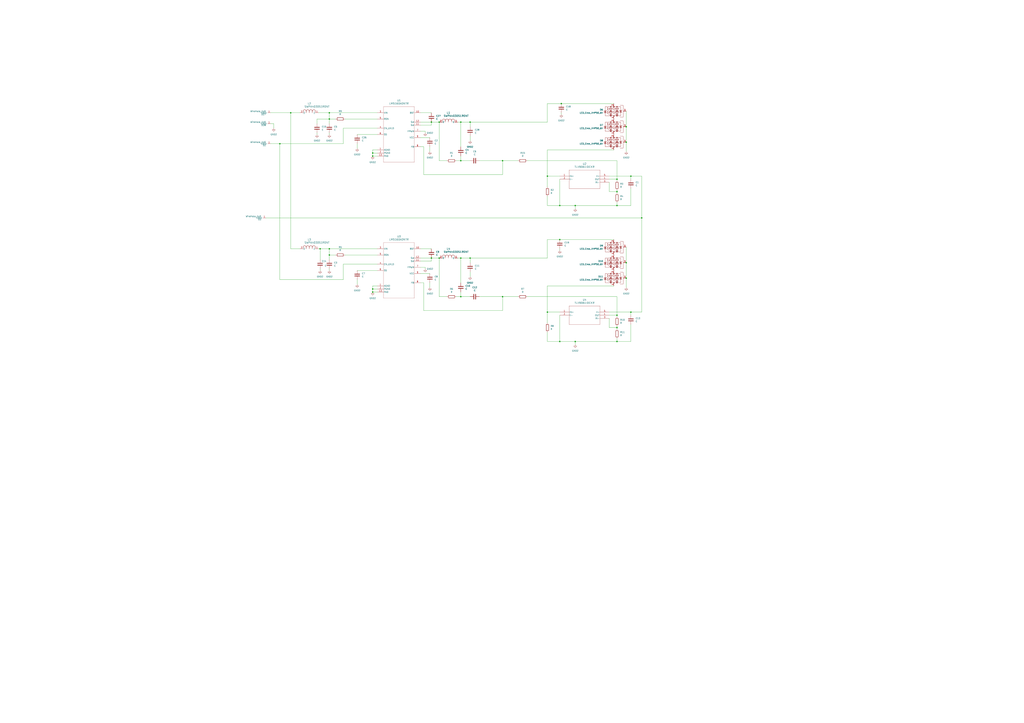
<source format=kicad_sch>
(kicad_sch (version 20230121) (generator eeschema)
  (paper "A1")
  (lib_symbols
    (symbol "Connectors_for_Wire:WireHole_1p5"
      (property "Reference" "D" (at 0 -1.27 0))
      (property "Value" "WireHole_1p5" (at 0 1.27 0))
      (symbol "WireHole_1p5_1_0"
        (pin bidirectional line (at 0 0 0) (length 2.54) (name "Conn") (number "1"))
      )
    )
    (symbol "DCK5_TEX:TLV9061IDCKR" (pin_names (offset 0.254))
      (property "Reference" "U" (at 20.32 10.16 0))
      (property "Value" "TLV9061IDCKR" (at 20.32 7.62 0))
      (symbol "TLV9061IDCKR_0_1"
        (polyline (pts (xy 7.62 -10.16) (xy 33.02 -10.16)) (stroke (width 0.127)))
        (polyline (pts (xy 7.62 5.08) (xy 7.62 -10.16)) (stroke (width 0.127)))
        (polyline (pts (xy 33.02 -10.16) (xy 33.02 5.08)) (stroke (width 0.127)))
        (polyline (pts (xy 33.02 5.08) (xy 7.62 5.08)) (stroke (width 0.127)))
        (pin input line (at 0 0 0) (length 7.62) (name "IN+") (number "1"))
        (pin power_in line (at 0 -2.54 0) (length 7.62) (name "V-") (number "2"))
        (pin input line (at 40.64 -5.08 180) (length 7.62) (name "IN-") (number "3"))
        (pin output line (at 40.64 -2.54 180) (length 7.62) (name "OUT") (number "4"))
        (pin power_in line (at 40.64 0 180) (length 7.62) (name "V+") (number "5"))
      )
    )
    (symbol "Device:C" (pin_numbers hide) (pin_names (offset 0.254))
      (property "Reference" "C" (at 0.635 2.54 0))
      (property "Value" "C" (at 0.635 -2.54 0))
      (symbol "C_0_1"
        (polyline (pts (xy -2.032 -0.762) (xy 2.032 -0.762)) (stroke (width 0.508)))
        (polyline (pts (xy -2.032 0.762) (xy 2.032 0.762)) (stroke (width 0.508)))
      )
      (symbol "C_1_1"
        (pin passive line (at 0 3.81 270) (length 2.794) (name "~") (number "1"))
        (pin passive line (at 0 -3.81 90) (length 2.794) (name "~") (number "2"))
      )
    )
    (symbol "Device:R" (pin_numbers hide) (pin_names (offset 0))
      (property "Reference" "R" (at 2.032 0 90))
      (property "Value" "R" (at 0 0 90))
      (symbol "R_0_1"
        (rectangle (start -1.016 -2.54) (end 1.016 2.54) (stroke (width 0.254)))
      )
      (symbol "R_1_1"
        (pin passive line (at 0 3.81 270) (length 1.27) (name "~") (number "1"))
        (pin passive line (at 0 -3.81 90) (length 1.27) (name "~") (number "2"))
      )
    )
    (symbol "LED:LED_Cree_XHP50_6V" (pin_names (offset 1.016) hide)
      (property "Reference" "D" (at 0 11.43 0))
      (property "Value" "LED_Cree_XHP50_6V" (at 0 9.525 0))
      (symbol "LED_Cree_XHP50_6V_0_1"
        (circle (center -3.81 -2.54) (radius 0.3556) (fill (type outline)))
        (circle (center -3.81 0) (radius 0.3556) (fill (type outline)))
        (circle (center -3.81 2.54) (radius 0.3556) (fill (type outline)))
        (polyline (pts (xy -3.81 -2.54) (xy 3.81 -2.54)))
        (polyline (pts (xy -3.048 -3.81) (xy -3.048 -1.27)) (stroke (width 0.254)))
        (polyline (pts (xy -3.048 1.27) (xy -3.048 3.81)) (stroke (width 0.254)))
        (polyline (pts (xy -0.127 1.27) (xy -0.127 3.81)) (stroke (width 0.254)))
        (polyline (pts (xy 0 -3.81) (xy 0 -1.27)) (stroke (width 0.254)))
        (polyline (pts (xy 3.81 2.54) (xy -3.81 2.54)))
        (polyline (pts (xy -4.826 -5.08) (xy -4.826 -7.62) (xy 4.826 -7.62) (xy 4.826 -5.08)))
        (polyline (pts (xy -0.508 -3.81) (xy -0.508 -1.27) (xy -3.048 -2.54) (xy -0.508 -3.81)) (stroke (width 0.254)))
        (polyline (pts (xy -0.508 1.27) (xy -0.508 3.81) (xy -3.048 2.54) (xy -0.508 1.27)) (stroke (width 0.254)))
        (polyline (pts (xy 0.508 6.096) (xy 0.254 6.35) (xy 0.254 7.874) (xy 0 8.128)) (stroke (width 0.254)))
        (polyline (pts (xy 0.889 -6.604) (xy 0.635 -6.35) (xy 0.635 -4.826) (xy 0.381 -4.572)) (stroke (width 0.254)))
        (polyline (pts (xy 2.413 1.27) (xy 2.413 3.81) (xy -0.127 2.54) (xy 2.413 1.27)) (stroke (width 0.254)))
        (polyline (pts (xy 2.54 -3.81) (xy 2.54 -1.27) (xy 0 -2.54) (xy 2.54 -3.81)) (stroke (width 0.254)))
        (polyline (pts (xy -3.81 -5.588) (xy -3.81 7.112) (xy 3.81 7.112) (xy 3.81 -5.588) (xy -3.81 -5.588)))
        (polyline (pts (xy -2.667 -1.143) (xy -1.143 0.381) (xy -1.905 0.381) (xy -1.143 0.381) (xy -1.143 -0.381)))
        (polyline (pts (xy -2.667 3.937) (xy -1.143 5.461) (xy -1.905 5.461) (xy -1.143 5.461) (xy -1.143 4.699)))
        (polyline (pts (xy -1.397 -1.143) (xy 0.127 0.381) (xy -0.635 0.381) (xy 0.127 0.381) (xy 0.127 -0.381)))
        (polyline (pts (xy -1.397 3.937) (xy 0.127 5.461) (xy -0.635 5.461) (xy 0.127 5.461) (xy 0.127 4.699)))
        (polyline (pts (xy -1.27 6.35) (xy -1.27 7.874) (xy 0.254 7.112) (xy -1.27 6.35) (xy -1.27 6.604)) (stroke (width 0.254)))
        (polyline (pts (xy -0.889 -6.35) (xy -0.889 -4.826) (xy 0.635 -5.588) (xy -0.889 -6.35) (xy -0.889 -6.096)) (stroke (width 0.254)))
        (polyline (pts (xy 0.254 3.937) (xy 1.778 5.461) (xy 1.016 5.461) (xy 1.778 5.461) (xy 1.778 4.699)))
        (polyline (pts (xy 0.381 -1.143) (xy 1.905 0.381) (xy 1.143 0.381) (xy 1.905 0.381) (xy 1.905 -0.381)))
        (polyline (pts (xy 1.524 3.937) (xy 3.048 5.461) (xy 2.286 5.461) (xy 3.048 5.461) (xy 3.048 4.699)))
        (polyline (pts (xy 1.651 -1.143) (xy 3.175 0.381) (xy 2.413 0.381) (xy 3.175 0.381) (xy 3.175 -0.381)))
        (circle (center 3.81 -2.54) (radius 0.3556) (fill (type outline)))
        (circle (center 3.81 0) (radius 0.3556) (fill (type outline)))
        (circle (center 3.81 2.54) (radius 0.3556) (fill (type outline)))
      )
      (symbol "LED_Cree_XHP50_6V_1_1"
        (pin passive line (at -6.35 0 0) (length 2.54) (name "K") (number "1"))
        (pin passive line (at 6.35 0 180) (length 2.54) (name "A") (number "2"))
        (pin passive line (at 0 -10.16 90) (length 2.54) (name "PAD") (number "3"))
      )
    )
    (symbol "LM5160ADNTR:LM5160ADNTR" (pin_names (offset 0.254))
      (property "Reference" "U" (at 0 2.54 0))
      (property "Value" "LM5160ADNTR" (at 0 0 0))
      (symbol "LM5160ADNTR_0_1"
        (polyline (pts (xy -12.7 -22.86) (xy 12.7 -22.86)) (stroke (width 0.1016)))
        (polyline (pts (xy -12.7 22.86) (xy -12.7 -22.86)) (stroke (width 0.1016)))
        (polyline (pts (xy 12.7 -22.86) (xy 12.7 22.86)) (stroke (width 0.1016)))
        (polyline (pts (xy 12.7 22.86) (xy -12.7 22.86)) (stroke (width 0.1016)))
        (pin power_in line (at -17.78 -12.7 0) (length 5.08) (name "AGND") (number "1"))
        (pin power_in line (at 17.78 17.78 180) (length 5.08) (name "BST") (number "10"))
        (pin power_in line (at 17.78 7.62 180) (length 5.08) (name "SW") (number "11"))
        (pin power_in line (at 17.78 10.16 180) (length 5.08) (name "SW") (number "12"))
        (pin power_in line (at -17.78 -17.78 0) (length 5.08) (name "PAD") (number "13"))
        (pin power_in line (at -17.78 -15.24 0) (length 5.08) (name "PGND") (number "2"))
        (pin power_in line (at -17.78 17.78 0) (length 5.08) (name "VIN") (number "3"))
        (pin input line (at -17.78 5.08 0) (length 5.08) (name "EN_UVLO") (number "4"))
        (pin input line (at -17.78 12.7 0) (length 5.08) (name "RON") (number "5"))
        (pin input line (at -17.78 0 0) (length 5.08) (name "SS") (number "6"))
        (pin input line (at 17.78 2.54 180) (length 5.08) (name "FPWM") (number "7"))
        (pin input line (at 17.78 -10.16 180) (length 5.08) (name "FB") (number "8"))
        (pin power_in line (at 17.78 -2.54 180) (length 5.08) (name "VCC") (number "9"))
      )
    )
    (symbol "SWPA4030S1R0NT:SWPA4030S1R0NT" (pin_names (offset 0.254))
      (property "Reference" "L" (at 6.985 5.08 0))
      (property "Value" "SWPA4030S1R0NT" (at 6.985 -2.54 0))
      (symbol "SWPA4030S1R0NT_1_1"
        (polyline (pts (xy 2.54 0) (xy 2.54 1.27)) (stroke (width 0.2032)))
        (polyline (pts (xy 5.08 0) (xy 5.08 1.27)) (stroke (width 0.2032)))
        (polyline (pts (xy 7.62 0) (xy 7.62 1.27)) (stroke (width 0.2032)))
        (polyline (pts (xy 10.16 0) (xy 10.16 1.27)) (stroke (width 0.2032)))
        (polyline (pts (xy 12.7 0) (xy 12.7 1.27)) (stroke (width 0.2032)))
        (arc (start 5.08 1.27) (mid 3.81 2.5345) (end 2.54 1.27) (stroke (width 0.2032)))
        (arc (start 7.62 1.27) (mid 6.35 2.5345) (end 5.08 1.27) (stroke (width 0.2032)))
        (arc (start 10.16 1.27) (mid 8.89 2.5345) (end 7.62 1.27) (stroke (width 0.2032)))
        (arc (start 12.7 1.27) (mid 11.43 2.5345) (end 10.16 1.27) (stroke (width 0.2032)))
        (pin unspecified line (at 15.24 0 180) (length 2.54) (name "1") (number "1"))
        (pin unspecified line (at 0 0 0) (length 2.54) (name "2") (number "2"))
      )
      (symbol "SWPA4030S1R0NT_1_2"
        (arc (start -1.27 5.08) (mid -2.5345 3.81) (end -1.27 2.54) (stroke (width 0.2032)))
        (arc (start -1.27 7.62) (mid -2.5345 6.35) (end -1.27 5.08) (stroke (width 0.2032)))
        (arc (start -1.27 10.16) (mid -2.5345 8.89) (end -1.27 7.62) (stroke (width 0.2032)))
        (arc (start -1.27 12.7) (mid -2.5345 11.43) (end -1.27 10.16) (stroke (width 0.2032)))
        (polyline (pts (xy 0 2.54) (xy -1.27 2.54)) (stroke (width 0.2032)))
        (polyline (pts (xy 0 5.08) (xy -1.27 5.08)) (stroke (width 0.2032)))
        (polyline (pts (xy 0 7.62) (xy -1.27 7.62)) (stroke (width 0.2032)))
        (polyline (pts (xy 0 10.16) (xy -1.27 10.16)) (stroke (width 0.2032)))
        (polyline (pts (xy 0 12.7) (xy -1.27 12.7)) (stroke (width 0.2032)))
        (pin unspecified line (at 0 15.24 270) (length 2.54) (name "1") (number "1"))
        (pin unspecified line (at 0 0 90) (length 2.54) (name "2") (number "2"))
      )
    )
    (symbol "power:GND2" (power) (pin_names (offset 0))
      (property "Value" "GND2" (at 0 -3.81 0))
      (symbol "GND2_0_1"
        (polyline (pts (xy 0 0) (xy 0 -1.27) (xy 1.27 -1.27) (xy 0 -2.54) (xy -1.27 -1.27) (xy 0 -1.27)))
      )
      (symbol "GND2_1_1"
        (pin power_in line (at 0 0 270) (length 0) hide (name "GND2") (number "1"))
      )
    )
  )
  (junction (at 378.46 100.33))
  (junction (at 306.07 125.73))
  (junction (at 506.73 147.32))
  (junction (at 506.73 157.48))
  (junction (at 378.46 132.08))
  (junction (at 354.33 100.33))
  (junction (at 386.08 212.09))
  (junction (at 412.75 243.84))
  (junction (at 360.68 212.09))
  (junction (at 449.58 144.78))
  (junction (at 354.33 212.09))
  (junction (at 514.35 215.9))
  (junction (at 472.44 280.67))
  (junction (at 306.07 128.27))
  (junction (at 518.16 256.54))
  (junction (at 306.07 240.03))
  (junction (at 506.73 280.67))
  (junction (at 472.44 168.91))
  (junction (at 506.73 168.91))
  (junction (at 306.07 237.49))
  (junction (at 506.73 259.08))
  (junction (at 449.58 256.54))
  (junction (at 514.35 116.84))
  (junction (at 360.68 100.33))
  (junction (at 514.35 104.14))
  (junction (at 386.08 100.33))
  (junction (at 229.87 118.11))
  (junction (at 514.35 228.6))
  (junction (at 459.74 168.91))
  (junction (at 527.05 179.07))
  (junction (at 270.51 209.55))
  (junction (at 270.51 97.79))
  (junction (at 412.75 132.08))
  (junction (at 461.01 85.09))
  (junction (at 238.76 92.71))
  (junction (at 506.73 269.24))
  (junction (at 459.74 280.67))
  (junction (at 459.74 196.85))
  (junction (at 518.16 144.78))
  (junction (at 378.46 243.84))
  (junction (at 270.51 204.47))
  (junction (at 270.51 92.71))
  (junction (at 378.46 212.09))
  (junction (at 262.89 204.47))
  (wire (pts (xy 500.38 144.78) (xy 518.16 144.78)))
  (wire (pts (xy 449.58 196.85) (xy 449.58 212.09)))
  (wire (pts (xy 378.46 243.84) (xy 386.08 243.84)))
  (wire (pts (xy 345.44 92.71) (xy 354.33 92.71)))
  (wire (pts (xy 378.46 100.33) (xy 378.46 120.65)))
  (wire (pts (xy 347.98 120.65) (xy 347.98 143.51)))
  (wire (pts (xy 449.58 280.67) (xy 459.74 280.67)))
  (wire (pts (xy 500.38 259.08) (xy 506.73 259.08)))
  (wire (pts (xy 386.08 100.33) (xy 449.58 100.33)))
  (wire (pts (xy 360.68 243.84) (xy 367.03 243.84)))
  (wire (pts (xy 449.58 161.29) (xy 449.58 168.91)))
  (wire (pts (xy 347.98 255.27) (xy 412.75 255.27)))
  (wire (pts (xy 238.76 92.71) (xy 222.25 92.71)))
  (wire (pts (xy 459.74 204.47) (xy 459.74 205.74)))
  (wire (pts (xy 270.51 97.79) (xy 270.51 92.71)))
  (wire (pts (xy 345.44 224.79) (xy 353.06 224.79)))
  (wire (pts (xy 309.88 123.19) (xy 306.07 123.19)))
  (wire (pts (xy 500.38 147.32) (xy 506.73 147.32)))
  (wire (pts (xy 345.44 214.63) (xy 354.33 214.63)))
  (wire (pts (xy 433.07 243.84) (xy 506.73 243.84)))
  (wire (pts (xy 270.51 97.79) (xy 275.59 97.79)))
  (wire (pts (xy 518.16 144.78) (xy 527.05 144.78)))
  (wire (pts (xy 459.74 147.32) (xy 459.74 168.91)))
  (wire (pts (xy 270.51 101.6) (xy 270.51 97.79)))
  (wire (pts (xy 309.88 237.49) (xy 306.07 237.49)))
  (wire (pts (xy 360.68 132.08) (xy 367.03 132.08)))
  (wire (pts (xy 386.08 100.33) (xy 386.08 104.14)))
  (wire (pts (xy 281.94 217.17) (xy 309.88 217.17)))
  (wire (pts (xy 353.06 120.65) (xy 353.06 124.46)))
  (wire (pts (xy 281.94 217.17) (xy 281.94 229.87)))
  (wire (pts (xy 386.08 212.09) (xy 386.08 215.9)))
  (wire (pts (xy 506.73 157.48) (xy 506.73 158.75)))
  (wire (pts (xy 378.46 212.09) (xy 386.08 212.09)))
  (wire (pts (xy 293.37 222.25) (xy 309.88 222.25)))
  (wire (pts (xy 349.25 107.95) (xy 349.25 109.22)))
  (wire (pts (xy 459.74 259.08) (xy 459.74 280.67)))
  (wire (pts (xy 260.35 101.6) (xy 260.35 97.79)))
  (wire (pts (xy 347.98 232.41) (xy 347.98 255.27)))
  (wire (pts (xy 518.16 154.94) (xy 518.16 168.91)))
  (wire (pts (xy 449.58 256.54) (xy 459.74 256.54)))
  (wire (pts (xy 281.94 118.11) (xy 229.87 118.11)))
  (wire (pts (xy 506.73 157.48) (xy 506.73 156.21)))
  (wire (pts (xy 375.92 100.33) (xy 378.46 100.33)))
  (wire (pts (xy 345.44 232.41) (xy 347.98 232.41)))
  (wire (pts (xy 224.79 101.6) (xy 224.79 105.41)))
  (wire (pts (xy 433.07 132.08) (xy 506.73 132.08)))
  (wire (pts (xy 412.75 143.51) (xy 412.75 132.08)))
  (wire (pts (xy 229.87 229.87) (xy 281.94 229.87)))
  (wire (pts (xy 229.87 118.11) (xy 229.87 229.87)))
  (wire (pts (xy 261.62 204.47) (xy 262.89 204.47)))
  (wire (pts (xy 238.76 92.71) (xy 238.76 204.47)))
  (wire (pts (xy 360.68 100.33) (xy 360.68 132.08)))
  (wire (pts (xy 283.21 97.79) (xy 309.88 97.79)))
  (wire (pts (xy 281.94 105.41) (xy 281.94 118.11)))
  (wire (pts (xy 306.07 240.03) (xy 309.88 240.03)))
  (wire (pts (xy 449.58 273.05) (xy 449.58 280.67)))
  (wire (pts (xy 262.89 204.47) (xy 262.89 213.36)))
  (wire (pts (xy 518.16 256.54) (xy 518.16 259.08)))
  (wire (pts (xy 378.46 243.84) (xy 378.46 240.03)))
  (wire (pts (xy 518.16 266.7) (xy 518.16 280.67)))
  (wire (pts (xy 449.58 265.43) (xy 449.58 256.54)))
  (wire (pts (xy 283.21 209.55) (xy 309.88 209.55)))
  (wire (pts (xy 378.46 132.08) (xy 386.08 132.08)))
  (wire (pts (xy 412.75 243.84) (xy 425.45 243.84)))
  (wire (pts (xy 378.46 100.33) (xy 386.08 100.33)))
  (wire (pts (xy 506.73 280.67) (xy 472.44 280.67)))
  (wire (pts (xy 500.38 269.24) (xy 506.73 269.24)))
  (wire (pts (xy 504.19 234.95) (xy 449.58 234.95)))
  (wire (pts (xy 260.35 109.22) (xy 260.35 110.49)))
  (wire (pts (xy 270.51 213.36) (xy 270.51 209.55)))
  (wire (pts (xy 386.08 223.52) (xy 386.08 227.33)))
  (wire (pts (xy 345.44 102.87) (xy 354.33 102.87)))
  (wire (pts (xy 345.44 100.33) (xy 354.33 100.33)))
  (wire (pts (xy 386.08 212.09) (xy 449.58 212.09)))
  (wire (pts (xy 518.16 256.54) (xy 527.05 256.54)))
  (wire (pts (xy 500.38 149.86) (xy 500.38 157.48)))
  (wire (pts (xy 506.73 132.08) (xy 506.73 147.32)))
  (wire (pts (xy 506.73 269.24) (xy 506.73 267.97)))
  (wire (pts (xy 472.44 280.67) (xy 472.44 283.21)))
  (wire (pts (xy 449.58 123.19) (xy 449.58 144.78)))
  (wire (pts (xy 345.44 120.65) (xy 347.98 120.65)))
  (wire (pts (xy 506.73 148.59) (xy 506.73 147.32)))
  (wire (pts (xy 506.73 260.35) (xy 506.73 259.08)))
  (wire (pts (xy 514.35 215.9) (xy 514.35 228.6)))
  (wire (pts (xy 349.25 107.95) (xy 345.44 107.95)))
  (wire (pts (xy 309.88 125.73) (xy 306.07 125.73)))
  (wire (pts (xy 518.16 280.67) (xy 506.73 280.67)))
  (wire (pts (xy 518.16 144.78) (xy 518.16 147.32)))
  (wire (pts (xy 306.07 237.49) (xy 306.07 240.03)))
  (wire (pts (xy 461.01 85.09) (xy 449.58 85.09)))
  (wire (pts (xy 222.25 101.6) (xy 224.79 101.6)))
  (wire (pts (xy 270.51 220.98) (xy 270.51 222.25)))
  (wire (pts (xy 412.75 132.08) (xy 425.45 132.08)))
  (wire (pts (xy 349.25 219.71) (xy 349.25 220.98)))
  (wire (pts (xy 374.65 243.84) (xy 378.46 243.84)))
  (wire (pts (xy 306.07 234.95) (xy 306.07 237.49)))
  (wire (pts (xy 504.19 85.09) (xy 461.01 85.09)))
  (wire (pts (xy 500.38 261.62) (xy 500.38 269.24)))
  (wire (pts (xy 449.58 168.91) (xy 459.74 168.91)))
  (wire (pts (xy 262.89 204.47) (xy 270.51 204.47)))
  (wire (pts (xy 306.07 125.73) (xy 306.07 128.27)))
  (wire (pts (xy 472.44 168.91) (xy 472.44 171.45)))
  (wire (pts (xy 262.89 220.98) (xy 262.89 222.25)))
  (wire (pts (xy 293.37 110.49) (xy 309.88 110.49)))
  (wire (pts (xy 518.16 168.91) (xy 506.73 168.91)))
  (wire (pts (xy 514.35 203.2) (xy 514.35 215.9)))
  (wire (pts (xy 270.51 92.71) (xy 309.88 92.71)))
  (wire (pts (xy 354.33 214.63) (xy 354.33 212.09)))
  (wire (pts (xy 514.35 228.6) (xy 514.35 236.22)))
  (wire (pts (xy 270.51 209.55) (xy 270.51 204.47)))
  (wire (pts (xy 345.44 212.09) (xy 354.33 212.09)))
  (wire (pts (xy 500.38 256.54) (xy 518.16 256.54)))
  (wire (pts (xy 354.33 102.87) (xy 354.33 100.33)))
  (wire (pts (xy 393.7 132.08) (xy 412.75 132.08)))
  (wire (pts (xy 306.07 123.19) (xy 306.07 125.73)))
  (wire (pts (xy 270.51 209.55) (xy 275.59 209.55)))
  (wire (pts (xy 270.51 204.47) (xy 309.88 204.47)))
  (wire (pts (xy 504.19 123.19) (xy 449.58 123.19)))
  (wire (pts (xy 281.94 105.41) (xy 309.88 105.41)))
  (wire (pts (xy 229.87 118.11) (xy 222.25 118.11)))
  (wire (pts (xy 293.37 229.87) (xy 293.37 233.68)))
  (wire (pts (xy 360.68 212.09) (xy 360.68 243.84)))
  (wire (pts (xy 353.06 232.41) (xy 353.06 236.22)))
  (wire (pts (xy 246.38 204.47) (xy 238.76 204.47)))
  (wire (pts (xy 412.75 255.27) (xy 412.75 243.84)))
  (wire (pts (xy 514.35 104.14) (xy 514.35 116.84)))
  (wire (pts (xy 504.19 196.85) (xy 459.74 196.85)))
  (wire (pts (xy 354.33 212.09) (xy 360.68 212.09)))
  (wire (pts (xy 514.35 116.84) (xy 514.35 124.46)))
  (wire (pts (xy 354.33 100.33) (xy 360.68 100.33)))
  (wire (pts (xy 506.73 166.37) (xy 506.73 168.91)))
  (wire (pts (xy 261.62 92.71) (xy 270.51 92.71)))
  (wire (pts (xy 378.46 132.08) (xy 378.46 128.27)))
  (wire (pts (xy 514.35 91.44) (xy 514.35 104.14)))
  (wire (pts (xy 527.05 179.07) (xy 527.05 256.54)))
  (wire (pts (xy 293.37 118.11) (xy 293.37 121.92)))
  (wire (pts (xy 345.44 113.03) (xy 353.06 113.03)))
  (wire (pts (xy 449.58 153.67) (xy 449.58 144.78)))
  (wire (pts (xy 527.05 179.07) (xy 218.44 179.07)))
  (wire (pts (xy 449.58 85.09) (xy 449.58 100.33)))
  (wire (pts (xy 386.08 111.76) (xy 386.08 115.57)))
  (wire (pts (xy 449.58 234.95) (xy 449.58 256.54)))
  (wire (pts (xy 506.73 168.91) (xy 472.44 168.91)))
  (wire (pts (xy 306.07 128.27) (xy 309.88 128.27)))
  (wire (pts (xy 459.74 196.85) (xy 449.58 196.85)))
  (wire (pts (xy 506.73 243.84) (xy 506.73 259.08)))
  (wire (pts (xy 449.58 144.78) (xy 459.74 144.78)))
  (wire (pts (xy 238.76 92.71) (xy 246.38 92.71)))
  (wire (pts (xy 393.7 243.84) (xy 412.75 243.84)))
  (wire (pts (xy 345.44 204.47) (xy 354.33 204.47)))
  (wire (pts (xy 270.51 109.22) (xy 270.51 110.49)))
  (wire (pts (xy 309.88 234.95) (xy 306.07 234.95)))
  (wire (pts (xy 375.92 212.09) (xy 378.46 212.09)))
  (wire (pts (xy 349.25 219.71) (xy 345.44 219.71)))
  (wire (pts (xy 347.98 143.51) (xy 412.75 143.51)))
  (wire (pts (xy 472.44 168.91) (xy 459.74 168.91)))
  (wire (pts (xy 506.73 278.13) (xy 506.73 280.67)))
  (wire (pts (xy 260.35 97.79) (xy 270.51 97.79)))
  (wire (pts (xy 500.38 157.48) (xy 506.73 157.48)))
  (wire (pts (xy 378.46 212.09) (xy 378.46 232.41)))
  (wire (pts (xy 374.65 132.08) (xy 378.46 132.08)))
  (wire (pts (xy 472.44 280.67) (xy 459.74 280.67)))
  (wire (pts (xy 506.73 269.24) (xy 506.73 270.51)))
  (wire (pts (xy 527.05 144.78) (xy 527.05 179.07)))
  (wire (pts (xy 461.01 92.71) (xy 461.01 93.98)))
  (symbol (lib_id "Device:C") (at 378.46 124.46 0) (unit 1)
    (property "Reference" "C4" (at 382.27 123.19 0) (effects (justify left)))
    (property "Value" "C" (at 382.27 125.73 0) (effects (justify left)))
    (property "Footprint" "Capacitor_SMD:C_0402_1005Metric_Pad0.74x0.62mm_HandSolder" (effects hide))
  )
  (symbol (lib_id "power:GND2") (at 459.74 205.74 0) (unit 1)
    (property "Reference" "#PWR023" (effects hide))
    (property "Value" "GND2" (at 459.74 210.82 0))
  )
  (symbol (lib_id "power:GND2") (at 349.25 109.22 0) (unit 1)
    (property "Reference" "#PWR03" (effects hide))
    (property "Value" "GND2" (at 353.06 109.22 0))
  )
  (symbol (lib_id "power:GND2") (at 386.08 115.57 0) (unit 1)
    (property "Reference" "#PWR012" (effects hide))
    (property "Value" "GND2" (at 386.08 120.65 0))
  )
  (symbol (lib_id "LED:LED_Cree_XHP50_6V") (at 504.19 91.44 90) (unit 1)
    (property "Reference" "D6" (at 495.3 90.17 90) (effects (justify left)))
    (property "Value" "LED_Cree_XHP50_6V" (at 495.3 92.71 90) (effects (justify left)))
    (property "Footprint" "LED_SMD:LED_Cree-XHP50_6V" (effects hide))
    (property "Datasheet" "http://www.cree.com/%7E/media/Files/Cree/LED%20Components%20and%20Modules/XLamp/Data%20and%20Binning/ds%20XHP50.pdf" (effects hide))
  )
  (symbol (lib_id "Device:C") (at 461.01 88.9 0) (unit 1)
    (property "Reference" "C18" (at 464.82 87.63 0) (effects (justify left)))
    (property "Value" "C" (at 464.82 90.17 0) (effects (justify left)))
    (property "Footprint" "Capacitor_SMD:C_0805_2012Metric_Pad1.18x1.45mm_HandSolder" (effects hide))
  )
  (symbol (lib_id "LED:LED_Cree_XHP50_6V") (at 504.19 228.6 90) (unit 1)
    (property "Reference" "D11" (at 495.3 227.33 90) (effects (justify left)))
    (property "Value" "LED_Cree_XHP50_6V" (at 495.3 229.87 90) (effects (justify left)))
    (property "Footprint" "LED_SMD:LED_Cree-XHP50_6V" (effects hide))
    (property "Datasheet" "http://www.cree.com/%7E/media/Files/Cree/LED%20Components%20and%20Modules/XLamp/Data%20and%20Binning/ds%20XHP50.pdf" (effects hide))
  )
  (symbol (lib_id "Device:R") (at 449.58 269.24 0) (unit 1)
    (property "Reference" "R8" (at 452.12 267.97 0) (effects (justify left)))
    (property "Value" "R" (at 452.12 270.51 0) (effects (justify left)))
    (property "Footprint" "Resistor_SMD:R_0603_1608Metric_Pad0.98x0.95mm_HandSolder" (effects hide))
  )
  (symbol (lib_id "LM5160ADNTR:LM5160ADNTR") (at 327.66 222.25 0) (unit 1)
    (property "Reference" "U3" (at 327.66 194.31 0) (effects (font (size 1.524 1.524))))
    (property "Value" "LM5160ADNTR" (at 327.66 196.85 0) (effects (font (size 1.524 1.524))))
    (property "Footprint" "ul_LM5160ADNTR:DNT0012B" (effects hide))
    (property "Datasheet" "LM5160ADNTR" (effects hide))
  )
  (symbol (lib_id "power:GND2") (at 270.51 222.25 0) (unit 1)
    (property "Reference" "#PWR04" (effects hide))
    (property "Value" "GND2" (at 270.51 227.33 0))
  )
  (symbol (lib_id "power:GND2") (at 349.25 220.98 0) (unit 1)
    (property "Reference" "#PWR08" (effects hide))
    (property "Value" "GND2" (at 353.06 220.98 0))
  )
  (symbol (lib_id "Device:C") (at 270.51 217.17 0) (unit 1)
    (property "Reference" "C3" (at 274.32 215.9 0) (effects (justify left)))
    (property "Value" "C" (at 274.32 218.44 0) (effects (justify left)))
    (property "Footprint" "Capacitor_SMD:C_0805_2012Metric_Pad1.18x1.45mm_HandSolder" (effects hide))
  )
  (symbol (lib_id "Device:R") (at 506.73 162.56 180) (unit 1)
    (property "Reference" "R4" (at 509.27 161.29 0) (effects (justify right)))
    (property "Value" "R" (at 509.27 163.83 0) (effects (justify right)))
    (property "Footprint" "Resistor_SMD:R_0402_1005Metric_Pad0.72x0.64mm_HandSolder" (effects hide))
  )
  (symbol (lib_id "power:GND2") (at 224.79 105.41 0) (unit 1)
    (property "Reference" "#PWR019" (effects hide))
    (property "Value" "GND2" (at 224.79 110.49 0))
  )
  (symbol (lib_id "Device:R") (at 429.26 132.08 270) (unit 1)
    (property "Reference" "R15" (at 429.26 125.73 90))
    (property "Value" "R" (at 429.26 128.27 90))
    (property "Footprint" "Resistor_SMD:R_0402_1005Metric_Pad0.72x0.64mm_HandSolder" (effects hide))
  )
  (symbol (lib_id "power:GND2") (at 262.89 222.25 0) (unit 1)
    (property "Reference" "#PWR02" (effects hide))
    (property "Value" "GND2" (at 262.89 227.33 0))
  )
  (symbol (lib_id "power:GND2") (at 461.01 93.98 0) (unit 1)
    (property "Reference" "#PWR022" (effects hide))
    (property "Value" "GND2" (at 461.01 99.06 0))
  )
  (symbol (lib_id "Device:R") (at 370.84 243.84 270) (unit 1)
    (property "Reference" "R6" (at 370.84 237.49 90))
    (property "Value" "R" (at 370.84 240.03 90))
    (property "Footprint" "Resistor_SMD:R_0402_1005Metric_Pad0.72x0.64mm_HandSolder" (effects hide))
  )
  (symbol (lib_id "SWPA4030S1R0NT:SWPA4030S1R0NT") (at 246.38 92.71 0) (unit 1)
    (property "Reference" "L2" (at 254 85.09 0) (effects (font (size 1.524 1.524))))
    (property "Value" "SWPA4030S1R0NT" (at 260.35 87.63 0) (effects (font (size 1.524 1.524))))
    (property "Footprint" "ul_SWPA4030S1R0NT:IND_SWPA4030S_SNL" (effects hide))
    (property "Datasheet" "SWPA4030S1R0NT" (effects hide))
  )
  (symbol (lib_id "power:GND2") (at 306.07 128.27 0) (unit 1)
    (property "Reference" "#PWR015" (effects hide))
    (property "Value" "GND2" (at 306.07 133.35 0))
  )
  (symbol (lib_id "Device:C") (at 389.89 132.08 90) (unit 1)
    (property "Reference" "C6" (at 389.89 124.46 90))
    (property "Value" "C" (at 389.89 127 90))
    (property "Footprint" "Capacitor_SMD:C_0402_1005Metric_Pad0.74x0.62mm_HandSolder" (effects hide))
  )
  (symbol (lib_id "Device:R") (at 506.73 274.32 180) (unit 1)
    (property "Reference" "R11" (at 509.27 273.05 0) (effects (justify right)))
    (property "Value" "R" (at 509.27 275.59 0) (effects (justify right)))
    (property "Footprint" "Resistor_SMD:R_0402_1005Metric_Pad0.72x0.64mm_HandSolder" (effects hide))
  )
  (symbol (lib_id "Device:C") (at 378.46 236.22 0) (unit 1)
    (property "Reference" "C10" (at 382.27 234.95 0) (effects (justify left)))
    (property "Value" "C" (at 382.27 237.49 0) (effects (justify left)))
    (property "Footprint" "Capacitor_SMD:C_0402_1005Metric_Pad0.74x0.62mm_HandSolder" (effects hide))
  )
  (symbol (lib_id "Device:C") (at 260.35 105.41 0) (unit 1)
    (property "Reference" "C15" (at 264.16 104.14 0) (effects (justify left)))
    (property "Value" "C" (at 264.16 106.68 0) (effects (justify left)))
    (property "Footprint" "Capacitor_SMD:C_0402_1005Metric_Pad0.74x0.62mm_HandSolder" (effects hide))
  )
  (symbol (lib_id "power:GND2") (at 472.44 283.21 0) (unit 1)
    (property "Reference" "#PWR013" (effects hide))
    (property "Value" "GND2" (at 472.44 288.29 0))
  )
  (symbol (lib_id "Device:R") (at 429.26 243.84 270) (unit 1)
    (property "Reference" "R7" (at 429.26 237.49 90))
    (property "Value" "R" (at 429.26 240.03 90))
    (property "Footprint" "Resistor_SMD:R_0402_1005Metric_Pad0.72x0.64mm_HandSolder" (effects hide))
  )
  (symbol (lib_id "Connectors_for_Wire:WireHole_1p5") (at 222.25 101.6 180) (unit 1)
    (property "Reference" "D28" (at 218.44 102.8701 0) (effects (justify left)))
    (property "Value" "WireHole_1p5" (at 218.44 100.3301 0) (effects (justify left)))
    (property "Footprint" "Wire_holes:WireHole_1p2" (effects hide))
  )
  (symbol (lib_id "Device:C") (at 386.08 107.95 0) (unit 1)
    (property "Reference" "C28" (at 389.89 106.68 0) (effects (justify left)))
    (property "Value" "C" (at 389.89 109.22 0) (effects (justify left)))
    (property "Footprint" "Capacitor_SMD:C_0603_1608Metric_Pad1.08x0.95mm_HandSolder" (effects hide))
  )
  (symbol (lib_id "Device:R") (at 506.73 264.16 180) (unit 1)
    (property "Reference" "R10" (at 509.27 262.89 0) (effects (justify right)))
    (property "Value" "R" (at 509.27 265.43 0) (effects (justify right)))
    (property "Footprint" "Resistor_SMD:R_0402_1005Metric_Pad0.72x0.64mm_HandSolder" (effects hide))
  )
  (symbol (lib_id "Connectors_for_Wire:WireHole_1p5") (at 222.25 118.11 180) (unit 1)
    (property "Reference" "D2" (at 218.44 119.3801 0) (effects (justify left)))
    (property "Value" "WireHole_1p5" (at 218.44 116.8401 0) (effects (justify left)))
    (property "Footprint" "Connector_Pin:Pin_D0.7mm_L6.5mm_W1.8mm_FlatFork" (effects hide))
  )
  (symbol (lib_id "Device:C") (at 459.74 200.66 0) (unit 1)
    (property "Reference" "C19" (at 463.55 199.39 0) (effects (justify left)))
    (property "Value" "C" (at 463.55 201.93 0) (effects (justify left)))
    (property "Footprint" "Capacitor_SMD:C_0805_2012Metric_Pad1.18x1.45mm_HandSolder" (effects hide))
  )
  (symbol (lib_id "Device:C") (at 386.08 219.71 0) (unit 1)
    (property "Reference" "C11" (at 389.89 218.44 0) (effects (justify left)))
    (property "Value" "C" (at 389.89 220.98 0) (effects (justify left)))
    (property "Footprint" "Capacitor_SMD:C_0603_1608Metric_Pad1.08x0.95mm_HandSolder" (effects hide))
  )
  (symbol (lib_id "SWPA4030S1R0NT:SWPA4030S1R0NT") (at 360.68 212.09 0) (unit 1)
    (property "Reference" "L4" (at 368.3 204.47 0) (effects (font (size 1.524 1.524))))
    (property "Value" "SWPA4030S1R0NT" (at 374.65 207.01 0) (effects (font (size 1.524 1.524))))
    (property "Footprint" "ul_SWPA4030S1R0NT:IND_SWPA4030S_SNL" (effects hide))
    (property "Datasheet" "SWPA4030S1R0NT" (effects hide))
  )
  (symbol (lib_id "power:GND2") (at 472.44 171.45 0) (unit 1)
    (property "Reference" "#PWR05" (effects hide))
    (property "Value" "GND2" (at 472.44 176.53 0))
  )
  (symbol (lib_id "LED:LED_Cree_XHP50_6V") (at 504.19 116.84 90) (unit 1)
    (property "Reference" "D8" (at 495.3 115.57 90) (effects (justify left)))
    (property "Value" "LED_Cree_XHP50_6V" (at 495.3 118.11 90) (effects (justify left)))
    (property "Footprint" "LED_SMD:LED_Cree-XHP50_6V" (effects hide))
    (property "Datasheet" "http://www.cree.com/%7E/media/Files/Cree/LED%20Components%20and%20Modules/XLamp/Data%20and%20Binning/ds%20XHP50.pdf" (effects hide))
  )
  (symbol (lib_id "power:GND2") (at 260.35 110.49 0) (unit 1)
    (property "Reference" "#PWR017" (effects hide))
    (property "Value" "GND2" (at 260.35 115.57 0))
  )
  (symbol (lib_id "Device:R") (at 506.73 152.4 180) (unit 1)
    (property "Reference" "R3" (at 509.27 151.13 0) (effects (justify right)))
    (property "Value" "R" (at 509.27 153.67 0) (effects (justify right)))
    (property "Footprint" "Resistor_SMD:R_0402_1005Metric_Pad0.72x0.64mm_HandSolder" (effects hide))
  )
  (symbol (lib_id "LED:LED_Cree_XHP50_6V") (at 504.19 215.9 90) (unit 1)
    (property "Reference" "D10" (at 495.3 214.63 90) (effects (justify left)))
    (property "Value" "LED_Cree_XHP50_6V" (at 495.3 217.17 90) (effects (justify left)))
    (property "Footprint" "LED_SMD:LED_Cree-XHP50_6V" (effects hide))
    (property "Datasheet" "http://www.cree.com/%7E/media/Files/Cree/LED%20Components%20and%20Modules/XLamp/Data%20and%20Binning/ds%20XHP50.pdf" (effects hide))
  )
  (symbol (lib_id "Connectors_for_Wire:WireHole_1p5") (at 218.44 179.07 180) (unit 1)
    (property "Reference" "D3" (at 214.63 180.3401 0) (effects (justify left)))
    (property "Value" "WireHole_1p5" (at 214.63 177.8001 0) (effects (justify left)))
    (property "Footprint" "Wire_holes:WireHole_1p2" (effects hide))
  )
  (symbol (lib_id "DCK5_TEX:TLV9061IDCKR") (at 459.74 144.78 0) (unit 1)
    (property "Reference" "U2" (at 480.06 134.62 0) (effects (font (size 1.524 1.524))))
    (property "Value" "TLV9061IDCKR" (at 480.06 137.16 0) (effects (font (size 1.524 1.524))))
    (property "Footprint" "ul_TLV9061IDCKR:DCK5_TEX" (effects hide))
    (property "Datasheet" "TLV9061IDCKR" (effects hide))
  )
  (symbol (lib_id "Device:C") (at 353.06 228.6 0) (unit 1)
    (property "Reference" "C8" (at 356.87 227.33 0) (effects (justify left)))
    (property "Value" "C" (at 356.87 229.87 0) (effects (justify left)))
    (property "Footprint" "Capacitor_SMD:C_0402_1005Metric_Pad0.74x0.62mm_HandSolder" (effects hide))
  )
  (symbol (lib_id "Device:R") (at 370.84 132.08 270) (unit 1)
    (property "Reference" "R1" (at 370.84 125.73 90))
    (property "Value" "R" (at 370.84 128.27 90))
    (property "Footprint" "Resistor_SMD:R_0402_1005Metric_Pad0.72x0.64mm_HandSolder" (effects hide))
  )
  (symbol (lib_id "power:GND2") (at 514.35 124.46 0) (unit 1)
    (property "Reference" "#PWR021" (effects hide))
    (property "Value" "GND2" (at 514.35 129.54 0))
  )
  (symbol (lib_id "power:GND2") (at 306.07 240.03 0) (unit 1)
    (property "Reference" "#PWR07" (effects hide))
    (property "Value" "GND2" (at 306.07 245.11 0))
  )
  (symbol (lib_id "Device:R") (at 449.58 157.48 0) (unit 1)
    (property "Reference" "R2" (at 452.12 156.21 0) (effects (justify left)))
    (property "Value" "R" (at 452.12 158.75 0) (effects (justify left)))
    (property "Footprint" "Resistor_SMD:R_0603_1608Metric_Pad0.98x0.95mm_HandSolder" (effects hide))
  )
  (symbol (lib_id "power:GND2") (at 386.08 227.33 0) (unit 1)
    (property "Reference" "#PWR011" (effects hide))
    (property "Value" "GND2" (at 386.08 232.41 0))
  )
  (symbol (lib_id "Device:R") (at 279.4 209.55 90) (unit 1)
    (property "Reference" "R5" (at 279.4 203.2 90))
    (property "Value" "R" (at 279.4 205.74 90))
    (property "Footprint" "Resistor_SMD:R_0603_1608Metric_Pad0.98x0.95mm_HandSolder" (effects hide))
  )
  (symbol (lib_id "Device:C") (at 354.33 208.28 0) (unit 1)
    (property "Reference" "C9" (at 358.14 207.01 0) (effects (justify left)))
    (property "Value" "C" (at 358.14 209.55 0) (effects (justify left)))
    (property "Footprint" "Capacitor_SMD:C_0603_1608Metric_Pad1.08x0.95mm_HandSolder" (effects hide))
  )
  (symbol (lib_id "Device:C") (at 389.89 243.84 90) (unit 1)
    (property "Reference" "C12" (at 389.89 236.22 90))
    (property "Value" "C" (at 389.89 238.76 90))
    (property "Footprint" "Capacitor_SMD:C_0402_1005Metric_Pad0.74x0.62mm_HandSolder" (effects hide))
  )
  (symbol (lib_id "Device:C") (at 270.51 105.41 0) (unit 1)
    (property "Reference" "C5" (at 274.32 104.14 0) (effects (justify left)))
    (property "Value" "C" (at 274.32 106.68 0) (effects (justify left)))
    (property "Footprint" "Capacitor_SMD:C_0805_2012Metric_Pad1.18x1.45mm_HandSolder" (effects hide))
  )
  (symbol (lib_id "power:GND2") (at 514.35 236.22 0) (unit 1)
    (property "Reference" "#PWR014" (effects hide))
    (property "Value" "GND2" (at 514.35 241.3 0))
  )
  (symbol (lib_id "power:GND2") (at 270.51 110.49 0) (unit 1)
    (property "Reference" "#PWR09" (effects hide))
    (property "Value" "GND2" (at 270.51 115.57 0))
  )
  (symbol (lib_id "Device:C") (at 293.37 226.06 0) (unit 1)
    (property "Reference" "C7" (at 297.18 224.79 0) (effects (justify left)))
    (property "Value" "C" (at 297.18 227.33 0) (effects (justify left)))
    (property "Footprint" "Capacitor_SMD:C_0402_1005Metric_Pad0.74x0.62mm_HandSolder" (effects hide))
  )
  (symbol (lib_id "Device:C") (at 353.06 116.84 0) (unit 1)
    (property "Reference" "C2" (at 356.87 115.57 0) (effects (justify left)))
    (property "Value" "C" (at 356.87 118.11 0) (effects (justify left)))
    (property "Footprint" "Capacitor_SMD:C_0402_1005Metric_Pad0.74x0.62mm_HandSolder" (effects hide))
  )
  (symbol (lib_id "Device:C") (at 354.33 96.52 0) (unit 1)
    (property "Reference" "C27" (at 358.14 95.25 0) (effects (justify left)))
    (property "Value" "C" (at 358.14 97.79 0) (effects (justify left)))
    (property "Footprint" "Capacitor_SMD:C_0603_1608Metric_Pad1.08x0.95mm_HandSolder" (effects hide))
  )
  (symbol (lib_id "power:GND2") (at 353.06 124.46 0) (unit 1)
    (property "Reference" "#PWR01" (effects hide))
    (property "Value" "GND2" (at 353.06 129.54 0))
  )
  (symbol (lib_id "Device:C") (at 518.16 151.13 0) (unit 1)
    (property "Reference" "C1" (at 521.97 149.86 0) (effects (justify left)))
    (property "Value" "C" (at 521.97 152.4 0) (effects (justify left)))
    (property "Footprint" "Capacitor_SMD:C_0402_1005Metric_Pad0.74x0.62mm_HandSolder" (effects hide))
  )
  (symbol (lib_id "power:GND2") (at 293.37 233.68 0) (unit 1)
    (property "Reference" "#PWR06" (effects hide))
    (property "Value" "GND2" (at 293.37 238.76 0))
  )
  (symbol (lib_id "SWPA4030S1R0NT:SWPA4030S1R0NT") (at 246.38 204.47 0) (unit 1)
    (property "Reference" "L3" (at 254 196.85 0) (effects (font (size 1.524 1.524))))
    (property "Value" "SWPA4030S1R0NT" (at 260.35 199.39 0) (effects (font (size 1.524 1.524))))
    (property "Footprint" "ul_SWPA4030S1R0NT:IND_SWPA4030S_SNL" (effects hide))
    (property "Datasheet" "SWPA4030S1R0NT" (effects hide))
  )
  (symbol (lib_id "power:GND2") (at 353.06 236.22 0) (unit 1)
    (property "Reference" "#PWR010" (effects hide))
    (property "Value" "GND2" (at 353.06 241.3 0))
  )
  (symbol (lib_id "Connectors_for_Wire:WireHole_1p5") (at 222.25 92.71 180) (unit 1)
    (property "Reference" "D27" (at 218.44 93.9801 0) (effects (justify left)))
    (property "Value" "WireHole_1p5" (at 218.44 91.4401 0) (effects (justify left)))
    (property "Footprint" "Wire_holes:WireHole_1p2" (effects hide))
  )
  (symbol (lib_id "LED:LED_Cree_XHP50_6V") (at 504.19 104.14 90) (unit 1)
    (property "Reference" "D7" (at 495.3 102.87 90) (effects (justify left)))
    (property "Value" "LED_Cree_XHP50_6V" (at 495.3 105.41 90) (effects (justify left)))
    (property "Footprint" "LED_SMD:LED_Cree-XHP50_6V" (effects hide))
    (property "Datasheet" "http://www.cree.com/%7E/media/Files/Cree/LED%20Components%20and%20Modules/XLamp/Data%20and%20Binning/ds%20XHP50.pdf" (effects hide))
  )
  (symbol (lib_id "DCK5_TEX:TLV9061IDCKR") (at 459.74 256.54 0) (unit 1)
    (property "Reference" "U4" (at 480.06 246.38 0) (effects (font (size 1.524 1.524))))
    (property "Value" "TLV9061IDCKR" (at 480.06 248.92 0) (effects (font (size 1.524 1.524))))
    (property "Footprint" "ul_TLV9061IDCKR:DCK5_TEX" (effects hide))
    (property "Datasheet" "TLV9061IDCKR" (effects hide))
  )
  (symbol (lib_id "Device:R") (at 279.4 97.79 90) (unit 1)
    (property "Reference" "R9" (at 279.4 91.44 90))
    (property "Value" "R" (at 279.4 93.98 90))
    (property "Footprint" "Resistor_SMD:R_0603_1608Metric_Pad0.98x0.95mm_HandSolder" (effects hide))
  )
  (symbol (lib_id "SWPA4030S1R0NT:SWPA4030S1R0NT") (at 360.68 100.33 0) (unit 1)
    (property "Reference" "L1" (at 368.3 92.71 0) (effects (font (size 1.524 1.524))))
    (property "Value" "SWPA4030S1R0NT" (at 374.65 95.25 0) (effects (font (size 1.524 1.524))))
    (property "Footprint" "ul_SWPA4030S1R0NT:IND_SWPA4030S_SNL" (effects hide))
    (property "Datasheet" "SWPA4030S1R0NT" (effects hide))
  )
  (symbol (lib_id "LED:LED_Cree_XHP50_6V") (at 504.19 203.2 90) (unit 1)
    (property "Reference" "D9" (at 495.3 201.93 90) (effects (justify left)))
    (property "Value" "LED_Cree_XHP50_6V" (at 495.3 204.47 90) (effects (justify left)))
    (property "Footprint" "LED_SMD:LED_Cree-XHP50_6V" (effects hide))
    (property "Datasheet" "http://www.cree.com/%7E/media/Files/Cree/LED%20Components%20and%20Modules/XLamp/Data%20and%20Binning/ds%20XHP50.pdf" (effects hide))
  )
  (symbol (lib_id "power:GND2") (at 293.37 121.92 0) (unit 1)
    (property "Reference" "#PWR016" (effects hide))
    (property "Value" "GND2" (at 293.37 127 0))
  )
  (symbol (lib_id "Device:C") (at 518.16 262.89 0) (unit 1)
    (property "Reference" "C13" (at 521.97 261.62 0) (effects (justify left)))
    (property "Value" "C" (at 521.97 264.16 0) (effects (justify left)))
    (property "Footprint" "Capacitor_SMD:C_0402_1005Metric_Pad0.74x0.62mm_HandSolder" (effects hide))
  )
  (symbol (lib_id "Device:C") (at 262.89 217.17 0) (unit 1)
    (property "Reference" "C14" (at 264.16 214.63 0) (effects (justify left)))
    (property "Value" "C" (at 266.7 218.44 0) (effects (justify left)))
    (property "Footprint" "Capacitor_SMD:C_0402_1005Metric_Pad0.74x0.62mm_HandSolder" (effects hide))
  )
  (symbol (lib_id "LM5160ADNTR:LM5160ADNTR") (at 327.66 110.49 0) (unit 1)
    (property "Reference" "U1" (at 327.66 82.55 0) (effects (font (size 1.524 1.524))))
    (property "Value" "LM5160ADNTR" (at 327.66 85.09 0) (effects (font (size 1.524 1.524))))
    (property "Footprint" "ul_LM5160ADNTR:DNT0012B" (effects hide))
    (property "Datasheet" "LM5160ADNTR" (effects hide))
  )
  (symbol (lib_id "Device:C") (at 293.37 114.3 0) (unit 1)
    (property "Reference" "C26" (at 297.18 113.03 0) (effects (justify left)))
    (property "Value" "C" (at 297.18 115.57 0) (effects (justify left)))
    (property "Footprint" "Capacitor_SMD:C_0402_1005Metric_Pad0.74x0.62mm_HandSolder" (effects hide))
  )
)
</source>
